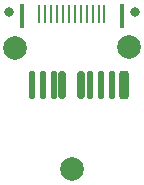
<source format=gbr>
%TF.GenerationSoftware,KiCad,Pcbnew,(6.0.2)*%
%TF.CreationDate,2022-10-21T03:28:25+03:00*%
%TF.ProjectId,Shield1,53686965-6c64-4312-9e6b-696361645f70,rev?*%
%TF.SameCoordinates,Original*%
%TF.FileFunction,Soldermask,Bot*%
%TF.FilePolarity,Negative*%
%FSLAX46Y46*%
G04 Gerber Fmt 4.6, Leading zero omitted, Abs format (unit mm)*
G04 Created by KiCad (PCBNEW (6.0.2)) date 2022-10-21 03:28:25*
%MOMM*%
%LPD*%
G01*
G04 APERTURE LIST*
G04 Aperture macros list*
%AMRoundRect*
0 Rectangle with rounded corners*
0 $1 Rounding radius*
0 $2 $3 $4 $5 $6 $7 $8 $9 X,Y pos of 4 corners*
0 Add a 4 corners polygon primitive as box body*
4,1,4,$2,$3,$4,$5,$6,$7,$8,$9,$2,$3,0*
0 Add four circle primitives for the rounded corners*
1,1,$1+$1,$2,$3*
1,1,$1+$1,$4,$5*
1,1,$1+$1,$6,$7*
1,1,$1+$1,$8,$9*
0 Add four rect primitives between the rounded corners*
20,1,$1+$1,$2,$3,$4,$5,0*
20,1,$1+$1,$4,$5,$6,$7,0*
20,1,$1+$1,$6,$7,$8,$9,0*
20,1,$1+$1,$8,$9,$2,$3,0*%
G04 Aperture macros list end*
%ADD10C,0.800000*%
%ADD11C,2.000000*%
%ADD12R,0.300000X2.000000*%
%ADD13R,0.180000X1.600000*%
%ADD14RoundRect,0.150000X-0.150000X-1.050000X0.150000X-1.050000X0.150000X1.050000X-0.150000X1.050000X0*%
%ADD15RoundRect,0.112500X-0.112500X-1.087500X0.112500X-1.087500X0.112500X1.087500X-0.112500X1.087500X0*%
%ADD16RoundRect,0.200000X-0.200000X-1.000000X0.200000X-1.000000X0.200000X1.000000X-0.200000X1.000000X0*%
G04 APERTURE END LIST*
D10*
%TO.C,J17*%
X105300000Y-20700000D03*
%TD*%
D11*
%TO.C,*%
X100000000Y-34000000D03*
%TD*%
D12*
%TO.C,X1*%
X95750000Y-21060000D03*
X104250000Y-21060000D03*
D13*
X97250000Y-20860000D03*
X97750000Y-20860000D03*
X98250000Y-20860000D03*
X98750000Y-20860000D03*
X99250000Y-20860000D03*
X99750000Y-20860000D03*
X100250000Y-20860000D03*
X100750000Y-20860000D03*
X101250000Y-20860000D03*
X101750000Y-20860000D03*
X102250000Y-20860000D03*
X102750000Y-20860000D03*
%TD*%
D11*
%TO.C,*%
X95200000Y-23800000D03*
%TD*%
%TO.C,*%
X104800000Y-23700000D03*
%TD*%
D10*
%TO.C,J25*%
X94700000Y-20700000D03*
%TD*%
D14*
%TO.C,J2*%
X100800000Y-26900000D03*
%TD*%
D15*
%TO.C,J9*%
X98450000Y-26900000D03*
%TD*%
%TO.C,J27*%
X96650000Y-26900000D03*
%TD*%
D14*
%TO.C,J1*%
X99200000Y-26900000D03*
%TD*%
D15*
%TO.C,J10*%
X97550000Y-26900000D03*
%TD*%
%TO.C,J11*%
X101550000Y-26900000D03*
%TD*%
%TO.C,J29*%
X103350000Y-26900000D03*
%TD*%
%TO.C,J12*%
X102450000Y-26900000D03*
%TD*%
D16*
%TO.C,*%
X104400000Y-26900000D03*
%TD*%
M02*

</source>
